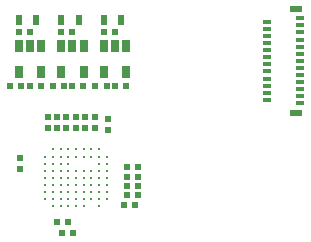
<source format=gbp>
G04 #@! TF.GenerationSoftware,KiCad,Pcbnew,5.1.5+dfsg1-2build2*
G04 #@! TF.CreationDate,2021-05-18T14:25:16+02:00*
G04 #@! TF.ProjectId,sensor_v1.0,73656e73-6f72-45f7-9631-2e302e6b6963,rev?*
G04 #@! TF.SameCoordinates,Original*
G04 #@! TF.FileFunction,Paste,Bot*
G04 #@! TF.FilePolarity,Positive*
%FSLAX46Y46*%
G04 Gerber Fmt 4.6, Leading zero omitted, Abs format (unit mm)*
G04 Created by KiCad (PCBNEW 5.1.5+dfsg1-2build2) date 2021-05-18 14:25:16*
%MOMM*%
%LPD*%
G04 APERTURE LIST*
%ADD10R,0.500000X0.600000*%
%ADD11C,0.250000*%
%ADD12R,0.650000X1.060000*%
%ADD13R,0.600000X0.500000*%
%ADD14R,0.650000X0.300000*%
%ADD15R,1.000000X0.500000*%
%ADD16R,0.600000X0.900000*%
G04 APERTURE END LIST*
D10*
X74770000Y-79650000D03*
X73830000Y-79650000D03*
D11*
X72400000Y-76800000D03*
X72400000Y-76200000D03*
X72400000Y-75600000D03*
X72400000Y-75000000D03*
X72400000Y-74400000D03*
X72400000Y-73800000D03*
X72400000Y-73200000D03*
X73050000Y-77400000D03*
X73050000Y-76800000D03*
X73050000Y-76200000D03*
X73050000Y-75600000D03*
X73050000Y-75000000D03*
X73050000Y-74400000D03*
X73050000Y-73800000D03*
X73050000Y-73200000D03*
X73050000Y-72600000D03*
X73700000Y-77400000D03*
X73700000Y-76800000D03*
X73700000Y-76200000D03*
X73700000Y-75600000D03*
X73700000Y-75000000D03*
X73700000Y-74400000D03*
X73700000Y-73800000D03*
X73700000Y-73200000D03*
X73700000Y-72600000D03*
X74350000Y-77400000D03*
X74350000Y-76800000D03*
X74350000Y-76200000D03*
X74350000Y-75600000D03*
X74350000Y-75000000D03*
X74350000Y-74400000D03*
X74350000Y-73800000D03*
X74350000Y-73200000D03*
X74350000Y-72600000D03*
X75000000Y-77400000D03*
X75000000Y-76800000D03*
X75000000Y-76200000D03*
X75000000Y-75600000D03*
X75000000Y-75000000D03*
X75000000Y-74400000D03*
X75000000Y-73200000D03*
X75000000Y-72600000D03*
X75650000Y-77400000D03*
X75650000Y-76800000D03*
X75650000Y-76200000D03*
X75650000Y-75600000D03*
X75650000Y-75000000D03*
X75650000Y-74400000D03*
X75650000Y-73200000D03*
X75650000Y-72600000D03*
X76300000Y-76800000D03*
X76300000Y-76200000D03*
X76300000Y-75600000D03*
X76300000Y-75000000D03*
X76300000Y-74400000D03*
X76300000Y-73200000D03*
X76300000Y-72600000D03*
X76950000Y-77400000D03*
X76950000Y-76800000D03*
X76950000Y-76200000D03*
X76950000Y-75600000D03*
X76950000Y-75000000D03*
X76950000Y-74400000D03*
X76950000Y-73800000D03*
X76950000Y-73200000D03*
X76950000Y-72600000D03*
X77600000Y-76800000D03*
X77600000Y-76200000D03*
X77600000Y-75600000D03*
X77600000Y-75000000D03*
X77600000Y-74400000D03*
X77600000Y-73800000D03*
X77600000Y-73200000D03*
D12*
X73750000Y-66025000D03*
X75650000Y-66025000D03*
X75650000Y-63825000D03*
X74700000Y-63825000D03*
X73750000Y-63825000D03*
X70150000Y-66025000D03*
X72050000Y-66025000D03*
X72050000Y-63825000D03*
X71100000Y-63825000D03*
X70150000Y-63825000D03*
X77350000Y-66025000D03*
X79250000Y-66025000D03*
X79250000Y-63825000D03*
X78300000Y-63825000D03*
X77350000Y-63825000D03*
D10*
X73380000Y-78725000D03*
X74320000Y-78725000D03*
D13*
X75000000Y-70820000D03*
X75000000Y-69880000D03*
D14*
X94000000Y-64500000D03*
X94000000Y-65100000D03*
X94000000Y-63900000D03*
X94000000Y-63300000D03*
X94000000Y-62700000D03*
X94000000Y-62100000D03*
X94000000Y-61500000D03*
X94000000Y-68700000D03*
X94000000Y-68100000D03*
X94000000Y-66900000D03*
X94000000Y-65700000D03*
X94000000Y-66300000D03*
X94000000Y-67500000D03*
X91200000Y-65400000D03*
X91200000Y-66000000D03*
X91200000Y-64800000D03*
X91200000Y-63000000D03*
X91200000Y-67200000D03*
X91200000Y-62400000D03*
X91200000Y-63600000D03*
X91200000Y-61800000D03*
X91200000Y-68400000D03*
X91200000Y-64200000D03*
X91200000Y-67800000D03*
X91200000Y-66600000D03*
D15*
X93600000Y-69500000D03*
X93600000Y-60700000D03*
D10*
X79330000Y-76500000D03*
X80270000Y-76500000D03*
X79330000Y-75700000D03*
X80270000Y-75700000D03*
X79330000Y-74900000D03*
X80270000Y-74900000D03*
X79330000Y-74100000D03*
X80270000Y-74100000D03*
D13*
X76600000Y-69880000D03*
X76600000Y-70820000D03*
X77700000Y-70030000D03*
X77700000Y-70970000D03*
D10*
X79995000Y-77300000D03*
X79055000Y-77300000D03*
D13*
X72600000Y-69880000D03*
X72600000Y-70820000D03*
X75800000Y-69880000D03*
X75800000Y-70820000D03*
X74200000Y-69880000D03*
X74200000Y-70820000D03*
X70300000Y-73330000D03*
X70300000Y-74270000D03*
X73400000Y-69880000D03*
X73400000Y-70820000D03*
D10*
X73995000Y-67225000D03*
X73055000Y-67225000D03*
X70395000Y-67225000D03*
X69455000Y-67225000D03*
X77595000Y-67225000D03*
X76655000Y-67225000D03*
X74705000Y-67225000D03*
X75645000Y-67225000D03*
X71105000Y-67225000D03*
X72045000Y-67225000D03*
X78305000Y-67225000D03*
X79245000Y-67225000D03*
X78295000Y-62625000D03*
X77355000Y-62625000D03*
X74695000Y-62625000D03*
X73755000Y-62625000D03*
X71095000Y-62625000D03*
X70155000Y-62625000D03*
D16*
X78850000Y-61675000D03*
X77350000Y-61675000D03*
X75250000Y-61675000D03*
X73750000Y-61675000D03*
X71650000Y-61675000D03*
X70150000Y-61675000D03*
M02*

</source>
